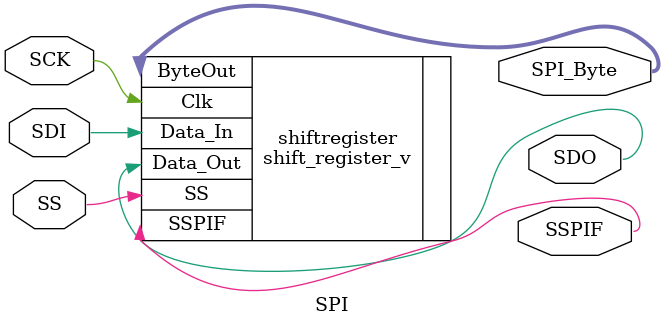
<source format=v>
`timescale 1ns / 1ps
module SPI(
    output SDO,
    input SDI,
    input SCK,
    output [0:7] SPI_Byte,
	 input SS,
	 output SSPIF
    );


shift_register_v shiftregister (
    .Clk(SCK),
    .Data_In(SDI),
    .SS(SS),
    .SSPIF(SSPIF),	 
    .Data_Out(SDO), 
    .ByteOut(SPI_Byte)
    );

endmodule

</source>
